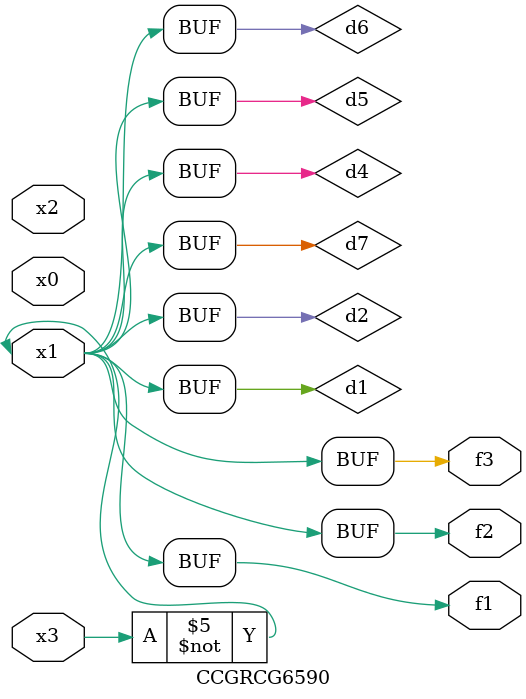
<source format=v>
module CCGRCG6590(
	input x0, x1, x2, x3,
	output f1, f2, f3
);

	wire d1, d2, d3, d4, d5, d6, d7;

	not (d1, x3);
	buf (d2, x1);
	xnor (d3, d1, d2);
	nor (d4, d1);
	buf (d5, d1, d2);
	buf (d6, d4, d5);
	nand (d7, d4);
	assign f1 = d6;
	assign f2 = d7;
	assign f3 = d6;
endmodule

</source>
